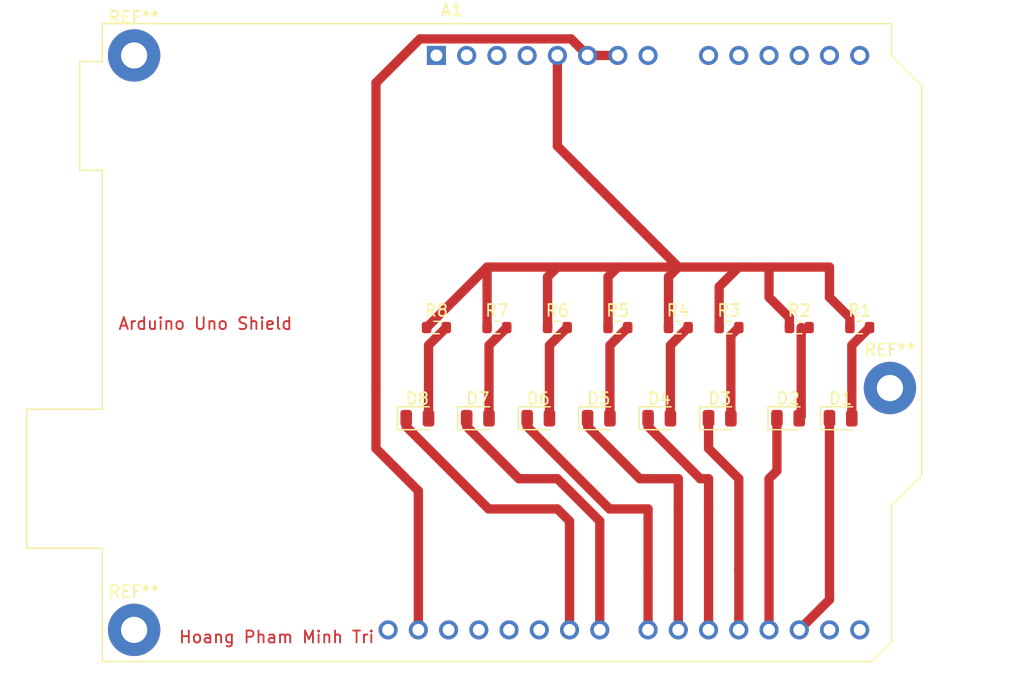
<source format=kicad_pcb>
(kicad_pcb (version 20221018) (generator pcbnew)
  (title_block (title "Arduino Uno Shield") (date "2024-01-21") (rev "1") (company "Hoang Pham Minh Tri") (comment 1 "Ho Chi Minh City University of Technology"))
  (layers (0 "F.Cu" signal) (31 "B.Cu" signal) (34 "B.Paste" user) (35 "F.Paste" user) (36 "B.SilkS" user "B.Silkscreen") (37 "F.SilkS" user "F.Silkscreen") (38 "B.Mask" user) (39 "F.Mask" user) (44 "Edge.Cuts" user))
  (net 0 "")
  (net 5 "Net-(A1-+5V)")
  (net 6 "GND")
  (net 16 "Net-(A1-D2)")
  (net 17 "Net-(A1-D3)")
  (net 18 "Net-(A1-D4)")
  (net 19 "Net-(A1-D5)")
  (net 20 "Net-(A1-D6)")
  (net 21 "Net-(A1-D7)")
  (net 22 "Net-(A1-D8)")
  (net 23 "Net-(A1-D9)")
  (net 29 "Net-(D1-A)")
  (net 30 "Net-(D2-A)")
  (net 31 "Net-(D3-A)")
  (net 32 "Net-(D4-A)")
  (net 33 "Net-(D5-A)")
  (net 34 "Net-(D6-A)")
  (net 35 "Net-(D7-A)")
  (net 36 "Net-(D8-A)")
  (footprint "LED_SMD:LED_0805_2012Metric" (layer "F.Cu") (at 86.152752 101.344749)
    (fp_text reference "D3" (at 0 -1.65) (layer "F.SilkS"))
    (fp_text value "LED")
    (fp_line (start -1.685 -0.96) (end -1.685 0.96) (stroke (width 0.12)) (layer "F.SilkS"))
    (fp_line (start -1.685 0.96) (end 1 0.96) (stroke (width 0.12)) (layer "F.SilkS"))
    (fp_line (start 1 -0.96) (end -1.685 -0.96) (stroke (width 0.12)) (layer "F.SilkS"))
    (pad "1" smd roundrect (at -0.9375 0) (size 0.975 1.4) (layers "F.Cu" "F.Paste" "F.Mask") (net 18 "Net-(A1-D4)"))
    (pad "2" smd roundrect (at 0.9375 0) (size 0.975 1.4) (layers "F.Cu" "F.Paste" "F.Mask") (net 31 "Net-(D3-A)"))
  )
  (footprint "LED_SMD:LED_0805_2012Metric" (layer "F.Cu") (at 75.992752 101.344749)
    (fp_text reference "D5" (at 0 -1.65) (layer "F.SilkS"))
    (fp_text value "LED")
    (fp_line (start -1.685 -0.96) (end -1.685 0.96) (stroke (width 0.12)) (layer "F.SilkS"))
    (fp_line (start -1.685 0.96) (end 1 0.96) (stroke (width 0.12)) (layer "F.SilkS"))
    (fp_line (start 1 -0.96) (end -1.685 -0.96) (stroke (width 0.12)) (layer "F.SilkS"))
    (pad "1" smd roundrect (at -0.9375 0) (size 0.975 1.4) (layers "F.Cu" "F.Paste" "F.Mask") (net 20 "Net-(A1-D6)"))
    (pad "2" smd roundrect (at 0.9375 0) (size 0.975 1.4) (layers "F.Cu" "F.Paste" "F.Mask") (net 33 "Net-(D5-A)"))
  )
  (footprint "MountingHole:MountingHole_2.2mm_M2_Pad" (layer "F.Cu") (at 36.955252 119.124749)
    (fp_text reference "REF**" (at 0 -3.2) (layer "F.SilkS"))
    (fp_text value "MountingHole_2.2mm_M2_Pad")
    (pad "1" thru_hole circle (at 0 0) (size 4.4 4.4) (drill 2.2) (layers "*.Cu" "*.Mask"))
  )
  (footprint "Resistor_SMD:R_0603_1608Metric" (layer "F.Cu") (at 82.675252 93.724749)
    (fp_text reference "R4" (at 0 -1.43) (layer "F.SilkS"))
    (fp_text value "247")
    (fp_line (start -0.237258 -0.5225) (end 0.237258 -0.5225) (stroke (width 0.12)) (layer "F.SilkS"))
    (fp_line (start -0.237258 0.5225) (end 0.237258 0.5225) (stroke (width 0.12)) (layer "F.SilkS"))
    (pad "1" smd roundrect (at -0.825 0) (size 0.8 0.95) (layers "F.Cu" "F.Paste" "F.Mask") (net 5 "Net-(A1-+5V)"))
    (pad "2" smd roundrect (at 0.825 0) (size 0.8 0.95) (layers "F.Cu" "F.Paste" "F.Mask") (net 32 "Net-(D4-A)"))
  )
  (footprint "LED_SMD:LED_0805_2012Metric" (layer "F.Cu") (at 70.912752 101.344749)
    (fp_text reference "D6" (at 0 -1.65) (layer "F.SilkS"))
    (fp_text value "LED")
    (fp_line (start -1.685 -0.96) (end -1.685 0.96) (stroke (width 0.12)) (layer "F.SilkS"))
    (fp_line (start -1.685 0.96) (end 1 0.96) (stroke (width 0.12)) (layer "F.SilkS"))
    (fp_line (start 1 -0.96) (end -1.685 -0.96) (stroke (width 0.12)) (layer "F.SilkS"))
    (pad "1" smd roundrect (at -0.9375 0) (size 0.975 1.4) (layers "F.Cu" "F.Paste" "F.Mask") (net 21 "Net-(A1-D7)"))
    (pad "2" smd roundrect (at 0.9375 0) (size 0.975 1.4) (layers "F.Cu" "F.Paste" "F.Mask") (net 34 "Net-(D6-A)"))
  )
  (footprint "MountingHole:MountingHole_2.2mm_M2_Pad" (layer "F.Cu") (at 36.955252 70.864749)
    (fp_text reference "REF**" (at 0 -3.2) (layer "F.SilkS"))
    (fp_text value "MountingHole_2.2mm_M2_Pad")
    (pad "1" thru_hole circle (at 0 0) (size 4.4 4.4) (drill 2.2) (layers "*.Cu" "*.Mask"))
  )
  (footprint "MountingHole:MountingHole_2.2mm_M2_Pad" (layer "F.Cu") (at 100.455252 98.804749)
    (fp_text reference "REF**" (at 0 -3.2) (layer "F.SilkS"))
    (fp_text value "MountingHole_2.2mm_M2_Pad")
    (pad "1" thru_hole circle (at 0 0) (size 4.4 4.4) (drill 2.2) (layers "*.Cu" "*.Mask"))
  )
  (footprint "Resistor_SMD:R_0603_1608Metric" (layer "F.Cu") (at 62.355252 93.724749)
    (fp_text reference "R8" (at 0 -1.43) (layer "F.SilkS"))
    (fp_text value "247")
    (fp_line (start -0.237258 -0.5225) (end 0.237258 -0.5225) (stroke (width 0.12)) (layer "F.SilkS"))
    (fp_line (start -0.237258 0.5225) (end 0.237258 0.5225) (stroke (width 0.12)) (layer "F.SilkS"))
    (pad "1" smd roundrect (at -0.825 0) (size 0.8 0.95) (layers "F.Cu" "F.Paste" "F.Mask") (net 5 "Net-(A1-+5V)"))
    (pad "2" smd roundrect (at 0.825 0) (size 0.8 0.95) (layers "F.Cu" "F.Paste" "F.Mask") (net 36 "Net-(D8-A)"))
  )
  (footprint "LED_SMD:LED_0805_2012Metric" (layer "F.Cu") (at 65.832752 101.344749)
    (fp_text reference "D7" (at 0 -1.65) (layer "F.SilkS"))
    (fp_text value "LED")
    (fp_line (start -1.685 -0.96) (end -1.685 0.96) (stroke (width 0.12)) (layer "F.SilkS"))
    (fp_line (start -1.685 0.96) (end 1 0.96) (stroke (width 0.12)) (layer "F.SilkS"))
    (fp_line (start 1 -0.96) (end -1.685 -0.96) (stroke (width 0.12)) (layer "F.SilkS"))
    (pad "1" smd roundrect (at -0.9375 0) (size 0.975 1.4) (layers "F.Cu" "F.Paste" "F.Mask") (net 22 "Net-(A1-D8)"))
    (pad "2" smd roundrect (at 0.9375 0) (size 0.975 1.4) (layers "F.Cu" "F.Paste" "F.Mask") (net 35 "Net-(D7-A)"))
  )
  (footprint "LED_SMD:LED_0805_2012Metric" (layer "F.Cu") (at 60.752752 101.344749)
    (fp_text reference "D8" (at 0 -1.65) (layer "F.SilkS"))
    (fp_text value "LED")
    (fp_line (start -1.685 -0.96) (end -1.685 0.96) (stroke (width 0.12)) (layer "F.SilkS"))
    (fp_line (start -1.685 0.96) (end 1 0.96) (stroke (width 0.12)) (layer "F.SilkS"))
    (fp_line (start 1 -0.96) (end -1.685 -0.96) (stroke (width 0.12)) (layer "F.SilkS"))
    (pad "1" smd roundrect (at -0.9375 0) (size 0.975 1.4) (layers "F.Cu" "F.Paste" "F.Mask") (net 23 "Net-(A1-D9)"))
    (pad "2" smd roundrect (at 0.9375 0) (size 0.975 1.4) (layers "F.Cu" "F.Paste" "F.Mask") (net 36 "Net-(D8-A)"))
  )
  (footprint "LED_SMD:LED_0805_2012Metric" (layer "F.Cu") (at 91.897752 101.344749)
    (fp_text reference "D2" (at 0 -1.65) (layer "F.SilkS"))
    (fp_text value "LED")
    (fp_line (start -1.685 -0.96) (end -1.685 0.96) (stroke (width 0.12)) (layer "F.SilkS"))
    (fp_line (start -1.685 0.96) (end 1 0.96) (stroke (width 0.12)) (layer "F.SilkS"))
    (fp_line (start 1 -0.96) (end -1.685 -0.96) (stroke (width 0.12)) (layer "F.SilkS"))
    (pad "1" smd roundrect (at -0.9375 0) (size 0.975 1.4) (layers "F.Cu" "F.Paste" "F.Mask") (net 17 "Net-(A1-D3)"))
    (pad "2" smd roundrect (at 0.9375 0) (size 0.975 1.4) (layers "F.Cu" "F.Paste" "F.Mask") (net 30 "Net-(D2-A)"))
  )
  (footprint "Resistor_SMD:R_0603_1608Metric" (layer "F.Cu") (at 67.435252 93.724749)
    (fp_text reference "R7" (at 0 -1.43) (layer "F.SilkS"))
    (fp_text value "247")
    (fp_line (start -0.237258 -0.5225) (end 0.237258 -0.5225) (stroke (width 0.12)) (layer "F.SilkS"))
    (fp_line (start -0.237258 0.5225) (end 0.237258 0.5225) (stroke (width 0.12)) (layer "F.SilkS"))
    (pad "1" smd roundrect (at -0.825 0) (size 0.8 0.95) (layers "F.Cu" "F.Paste" "F.Mask") (net 5 "Net-(A1-+5V)"))
    (pad "2" smd roundrect (at 0.825 0) (size 0.8 0.95) (layers "F.Cu" "F.Paste" "F.Mask") (net 35 "Net-(D7-A)"))
  )
  (footprint "Resistor_SMD:R_0603_1608Metric" (layer "F.Cu") (at 92.835252 93.724749)
    (fp_text reference "R2" (at 0 -1.43) (layer "F.SilkS"))
    (fp_text value "247")
    (fp_line (start -0.237258 -0.5225) (end 0.237258 -0.5225) (stroke (width 0.12)) (layer "F.SilkS"))
    (fp_line (start -0.237258 0.5225) (end 0.237258 0.5225) (stroke (width 0.12)) (layer "F.SilkS"))
    (pad "1" smd roundrect (at -0.825 0) (size 0.8 0.95) (layers "F.Cu" "F.Paste" "F.Mask") (net 5 "Net-(A1-+5V)"))
    (pad "2" smd roundrect (at 0.825 0) (size 0.8 0.95) (layers "F.Cu" "F.Paste" "F.Mask") (net 30 "Net-(D2-A)"))
  )
  (footprint "Resistor_SMD:R_0603_1608Metric" (layer "F.Cu") (at 97.915252 93.724749)
    (fp_text reference "R1" (at 0 -1.43) (layer "F.SilkS"))
    (fp_text value "247")
    (fp_line (start -0.237258 -0.5225) (end 0.237258 -0.5225) (stroke (width 0.12)) (layer "F.SilkS"))
    (fp_line (start -0.237258 0.5225) (end 0.237258 0.5225) (stroke (width 0.12)) (layer "F.SilkS"))
    (pad "1" smd roundrect (at -0.825 0) (size 0.8 0.95) (layers "F.Cu" "F.Paste" "F.Mask") (net 5 "Net-(A1-+5V)"))
    (pad "2" smd roundrect (at 0.825 0) (size 0.8 0.95) (layers "F.Cu" "F.Paste" "F.Mask") (net 29 "Net-(D1-A)"))
  )
  (footprint "Resistor_SMD:R_0603_1608Metric" (layer "F.Cu") (at 72.515252 93.724749)
    (fp_text reference "R6" (at 0 -1.43) (layer "F.SilkS"))
    (fp_text value "247")
    (fp_line (start -0.237258 -0.5225) (end 0.237258 -0.5225) (stroke (width 0.12)) (layer "F.SilkS"))
    (fp_line (start -0.237258 0.5225) (end 0.237258 0.5225) (stroke (width 0.12)) (layer "F.SilkS"))
    (pad "1" smd roundrect (at -0.825 0) (size 0.8 0.95) (layers "F.Cu" "F.Paste" "F.Mask") (net 5 "Net-(A1-+5V)"))
    (pad "2" smd roundrect (at 0.825 0) (size 0.8 0.95) (layers "F.Cu" "F.Paste" "F.Mask") (net 34 "Net-(D6-A)"))
  )
  (footprint "LED_SMD:LED_0805_2012Metric" (layer "F.Cu") (at 96.312752 101.344749)
    (fp_text reference "D1" (at 0 -1.65) (layer "F.SilkS"))
    (fp_text value "LED")
    (fp_line (start -1.685 -0.96) (end -1.685 0.96) (stroke (width 0.12)) (layer "F.SilkS"))
    (fp_line (start -1.685 0.96) (end 1 0.96) (stroke (width 0.12)) (layer "F.SilkS"))
    (fp_line (start 1 -0.96) (end -1.685 -0.96) (stroke (width 0.12)) (layer "F.SilkS"))
    (pad "1" smd roundrect (at -0.9375 0) (size 0.975 1.4) (layers "F.Cu" "F.Paste" "F.Mask") (net 16 "Net-(A1-D2)"))
    (pad "2" smd roundrect (at 0.9375 0) (size 0.975 1.4) (layers "F.Cu" "F.Paste" "F.Mask") (net 29 "Net-(D1-A)"))
  )
  (footprint "LED_SMD:LED_0805_2012Metric" (layer "F.Cu") (at 81.072752 101.344749)
    (fp_text reference "D4" (at 0 -1.65) (layer "F.SilkS"))
    (fp_text value "LED")
    (fp_line (start -1.685 -0.96) (end -1.685 0.96) (stroke (width 0.12)) (layer "F.SilkS"))
    (fp_line (start -1.685 0.96) (end 1 0.96) (stroke (width 0.12)) (layer "F.SilkS"))
    (fp_line (start 1 -0.96) (end -1.685 -0.96) (stroke (width 0.12)) (layer "F.SilkS"))
    (pad "1" smd roundrect (at -0.9375 0) (size 0.975 1.4) (layers "F.Cu" "F.Paste" "F.Mask") (net 19 "Net-(A1-D5)"))
    (pad "2" smd roundrect (at 0.9375 0) (size 0.975 1.4) (layers "F.Cu" "F.Paste" "F.Mask") (net 32 "Net-(D4-A)"))
  )
  (footprint "Resistor_SMD:R_0603_1608Metric" (layer "F.Cu") (at 86.930252 93.724749)
    (fp_text reference "R3" (at 0 -1.43) (layer "F.SilkS"))
    (fp_text value "247")
    (fp_line (start -0.237258 -0.5225) (end 0.237258 -0.5225) (stroke (width 0.12)) (layer "F.SilkS"))
    (fp_line (start -0.237258 0.5225) (end 0.237258 0.5225) (stroke (width 0.12)) (layer "F.SilkS"))
    (pad "1" smd roundrect (at -0.825 0) (size 0.8 0.95) (layers "F.Cu" "F.Paste" "F.Mask") (net 5 "Net-(A1-+5V)"))
    (pad "2" smd roundrect (at 0.825 0) (size 0.8 0.95) (layers "F.Cu" "F.Paste" "F.Mask") (net 31 "Net-(D3-A)"))
  )
  (footprint "Module:Arduino_UNO_R2" (layer "F.Cu") (at 62.355252 70.864749)
    (fp_text reference "A1" (at 1.27 -3.81 180) (layer "F.SilkS"))
    (fp_text value "Arduino_UNO_R2")
    (fp_line (start -34.42 29.72) (end -34.42 41.4) (stroke (width 0.12)) (layer "F.SilkS"))
    (fp_line (start -34.42 41.4) (end -28.07 41.4) (stroke (width 0.12)) (layer "F.SilkS"))
    (fp_line (start -29.97 0.51) (end -29.97 9.65) (stroke (width 0.12)) (layer "F.SilkS"))
    (fp_line (start -29.97 9.65) (end -28.07 9.65) (stroke (width 0.12)) (layer "F.SilkS"))
    (fp_line (start -28.07 -2.67) (end -28.07 0.51) (stroke (width 0.12)) (layer "F.SilkS"))
    (fp_line (start -28.07 0.51) (end -29.97 0.51) (stroke (width 0.12)) (layer "F.SilkS"))
    (fp_line (start -28.07 9.65) (end -28.07 29.72) (stroke (width 0.12)) (layer "F.SilkS"))
    (fp_line (start -28.07 29.72) (end -34.42 29.72) (stroke (width 0.12)) (layer "F.SilkS"))
    (fp_line (start -28.07 41.4) (end -28.07 50.93) (stroke (width 0.12)) (layer "F.SilkS"))
    (fp_line (start -28.07 50.93) (end 36.58 50.93) (stroke (width 0.12)) (layer "F.SilkS"))
    (fp_line (start 36.58 50.93) (end 38.23 49.28) (stroke (width 0.12)) (layer "F.SilkS"))
    (fp_line (start 38.23 -2.67) (end -28.07 -2.67) (stroke (width 0.12)) (layer "F.SilkS"))
    (fp_line (start 38.23 0) (end 38.23 -2.67) (stroke (width 0.12)) (layer "F.SilkS"))
    (fp_line (start 38.23 37.85) (end 40.77 35.31) (stroke (width 0.12)) (layer "F.SilkS"))
    (fp_line (start 38.23 49.28) (end 38.23 37.85) (stroke (width 0.12)) (layer "F.SilkS"))
    (fp_line (start 40.77 2.54) (end 38.23 0) (stroke (width 0.12)) (layer "F.SilkS"))
    (fp_line (start 40.77 35.31) (end 40.77 2.54) (stroke (width 0.12)) (layer "F.SilkS"))
    (pad "1" thru_hole rect (at 0 0 90) (size 1.6 1.6) (drill 1) (layers "*.Cu" "*.Mask"))
    (pad "2" thru_hole oval (at 2.54 0 90) (size 1.6 1.6) (drill 1) (layers "*.Cu" "*.Mask"))
    (pad "3" thru_hole oval (at 5.08 0 90) (size 1.6 1.6) (drill 1) (layers "*.Cu" "*.Mask"))
    (pad "4" thru_hole oval (at 7.62 0 90) (size 1.6 1.6) (drill 1) (layers "*.Cu" "*.Mask"))
    (pad "5" thru_hole oval (at 10.16 0 90) (size 1.6 1.6) (drill 1) (layers "*.Cu" "*.Mask") (net 5 "Net-(A1-+5V)"))
    (pad "6" thru_hole oval (at 12.7 0 90) (size 1.6 1.6) (drill 1) (layers "*.Cu" "*.Mask") (net 6 "GND"))
    (pad "7" thru_hole oval (at 15.24 0 90) (size 1.6 1.6) (drill 1) (layers "*.Cu" "*.Mask") (net 6 "GND"))
    (pad "8" thru_hole oval (at 17.78 0 90) (size 1.6 1.6) (drill 1) (layers "*.Cu" "*.Mask"))
    (pad "9" thru_hole oval (at 22.86 0 90) (size 1.6 1.6) (drill 1) (layers "*.Cu" "*.Mask"))
    (pad "10" thru_hole oval (at 25.4 0 90) (size 1.6 1.6) (drill 1) (layers "*.Cu" "*.Mask"))
    (pad "11" thru_hole oval (at 27.94 0 90) (size 1.6 1.6) (drill 1) (layers "*.Cu" "*.Mask"))
    (pad "12" thru_hole oval (at 30.48 0 90) (size 1.6 1.6) (drill 1) (layers "*.Cu" "*.Mask"))
    (pad "13" thru_hole oval (at 33.02 0 90) (size 1.6 1.6) (drill 1) (layers "*.Cu" "*.Mask"))
    (pad "14" thru_hole oval (at 35.56 0 90) (size 1.6 1.6) (drill 1) (layers "*.Cu" "*.Mask"))
    (pad "15" thru_hole oval (at 35.56 48.26 90) (size 1.6 1.6) (drill 1) (layers "*.Cu" "*.Mask"))
    (pad "16" thru_hole oval (at 33.02 48.26 90) (size 1.6 1.6) (drill 1) (layers "*.Cu" "*.Mask"))
    (pad "17" thru_hole oval (at 30.48 48.26 90) (size 1.6 1.6) (drill 1) (layers "*.Cu" "*.Mask") (net 16 "Net-(A1-D2)"))
    (pad "18" thru_hole oval (at 27.94 48.26 90) (size 1.6 1.6) (drill 1) (layers "*.Cu" "*.Mask") (net 17 "Net-(A1-D3)"))
    (pad "19" thru_hole oval (at 25.4 48.26 90) (size 1.6 1.6) (drill 1) (layers "*.Cu" "*.Mask") (net 18 "Net-(A1-D4)"))
    (pad "20" thru_hole oval (at 22.86 48.26 90) (size 1.6 1.6) (drill 1) (layers "*.Cu" "*.Mask") (net 19 "Net-(A1-D5)"))
    (pad "21" thru_hole oval (at 20.32 48.26 90) (size 1.6 1.6) (drill 1) (layers "*.Cu" "*.Mask") (net 20 "Net-(A1-D6)"))
    (pad "22" thru_hole oval (at 17.78 48.26 90) (size 1.6 1.6) (drill 1) (layers "*.Cu" "*.Mask") (net 21 "Net-(A1-D7)"))
    (pad "23" thru_hole oval (at 13.72 48.26 90) (size 1.6 1.6) (drill 1) (layers "*.Cu" "*.Mask") (net 22 "Net-(A1-D8)"))
    (pad "24" thru_hole oval (at 11.18 48.26 90) (size 1.6 1.6) (drill 1) (layers "*.Cu" "*.Mask") (net 23 "Net-(A1-D9)"))
    (pad "25" thru_hole oval (at 8.64 48.26 90) (size 1.6 1.6) (drill 1) (layers "*.Cu" "*.Mask"))
    (pad "26" thru_hole oval (at 6.1 48.26 90) (size 1.6 1.6) (drill 1) (layers "*.Cu" "*.Mask"))
    (pad "27" thru_hole oval (at 3.56 48.26 90) (size 1.6 1.6) (drill 1) (layers "*.Cu" "*.Mask"))
    (pad "28" thru_hole oval (at 1.02 48.26 90) (size 1.6 1.6) (drill 1) (layers "*.Cu" "*.Mask"))
    (pad "29" thru_hole oval (at -1.52 48.26 90) (size 1.6 1.6) (drill 1) (layers "*.Cu" "*.Mask") (net 6 "GND"))
    (pad "30" thru_hole oval (at -4.06 48.26 90) (size 1.6 1.6) (drill 1) (layers "*.Cu" "*.Mask"))
  )
  (footprint "Resistor_SMD:R_0603_1608Metric" (layer "F.Cu") (at 77.595252 93.724749)
    (fp_text reference "R5" (at 0 -1.43) (layer "F.SilkS"))
    (fp_text value "247")
    (fp_line (start -0.237258 -0.5225) (end 0.237258 -0.5225) (stroke (width 0.12)) (layer "F.SilkS"))
    (fp_line (start -0.237258 0.5225) (end 0.237258 0.5225) (stroke (width 0.12)) (layer "F.SilkS"))
    (pad "1" smd roundrect (at -0.825 0) (size 0.8 0.95) (layers "F.Cu" "F.Paste" "F.Mask") (net 5 "Net-(A1-+5V)"))
    (pad "2" smd roundrect (at 0.825 0) (size 0.8 0.95) (layers "F.Cu" "F.Paste" "F.Mask") (net 33 "Net-(D5-A)"))
  )
  (gr_text "Arduino Uno Shield" (at 35.56 93.98) (layer "F.Cu") (effects (font (size 1 1)) (justify left bottom)))
  (gr_text "Hoang Pham Minh Tri\n\n" (at 40.64 121.92) (layer "F.Cu") (effects (font (size 1 1)) (justify left bottom)))
  (via (at 77.595252 98.804749) (size 0) (drill 0.4) (layers "F.Cu" "B.Cu") (net 0))
  (via (at 85.215252 96.264749) (size 0) (drill 0.4) (layers "F.Cu" "B.Cu") (net 0))
  (via (at 49.655252 96.264749) (size 0) (drill 0.4) (layers "F.Cu" "B.Cu") (net 0))
  (via (at 62.355252 81.024749) (size 0) (drill 0.4) (layers "F.Cu" "B.Cu") (net 0))
  (via (at 95.375252 81.024749) (size 0) (drill 0.4) (layers "F.Cu" "B.Cu") (net 0))
  (via (at 67.435252 106.424749) (size 0) (drill 0.4) (layers "F.Cu" "B.Cu") (net 0))
  (via (at 52.195252 111.504749) (size 0) (drill 0.4) (layers "F.Cu" "B.Cu") (net 0))
  (via (at 64.895252 116.584749) (size 0) (drill 0.4) (layers "F.Cu" "B.Cu") (net 0))
  (via (at 87.755252 83.564749) (size 0) (drill 0.4) (layers "F.Cu" "B.Cu") (net 0))
  (via (at 69.975252 114.044749) (size 0) (drill 0.4) (layers "F.Cu" "B.Cu") (net 0))
  (via (at 57.275252 108.964749) (size 0) (drill 0.4) (layers "F.Cu" "B.Cu") (net 0))
  (via (at 97.915252 75.944749) (size 0) (drill 0.4) (layers "F.Cu" "B.Cu") (net 0))
  (via (at 80.135252 96.264749) (size 0) (drill 0.4) (layers "F.Cu" "B.Cu") (net 0))
  (via (at 90.295252 75.944749) (size 0) (drill 0.4) (layers "F.Cu" "B.Cu") (net 0))
  (via (at 67.435252 86.104749) (size 0) (drill 0.4) (layers "F.Cu" "B.Cu") (net 0))
  (via (at 49.655252 86.104749) (size 0) (drill 0.4) (layers "F.Cu" "B.Cu") (net 0))
  (via (at 59.815252 91.184749) (size 0) (drill 0.4) (layers "F.Cu" "B.Cu") (net 0))
  (via (at 64.895252 96.264749) (size 0) (drill 0.4) (layers "F.Cu" "B.Cu") (net 0))
  (via (at 57.275252 108.964749) (size 0) (drill 0.4) (layers "F.Cu" "B.Cu") (net 0))
  (via (at 69.975252 78.484749) (size 0) (drill 0.4) (layers "F.Cu" "B.Cu") (net 0))
  (via (at 64.895252 111.504749) (size 0) (drill 0.4) (layers "F.Cu" "B.Cu") (net 0))
  (via (at 72.515252 86.104749) (size 0) (drill 0.4) (layers "F.Cu" "B.Cu") (net 0))
  (via (at 69.975252 83.564749) (size 0) (drill 0.4) (layers "F.Cu" "B.Cu") (net 0))
  (via (at 85.215252 81.024749) (size 0) (drill 0.4) (layers "F.Cu" "B.Cu") (net 0))
  (via (at 85.215252 75.944749) (size 0) (drill 0.4) (layers "F.Cu" "B.Cu") (net 0))
  (via (at 77.595252 116.584749) (size 0) (drill 0.4) (layers "F.Cu" "B.Cu") (net 0))
  (via (at 97.915252 111.504749) (size 0) (drill 0.4) (layers "F.Cu" "B.Cu") (net 0))
  (via (at 57.275252 108.964749) (size 0) (drill 0.4) (layers "F.Cu" "B.Cu") (net 0))
  (via (at 97.915252 116.584749) (size 0) (drill 0.4) (layers "F.Cu" "B.Cu") (net 0))
  (via (at 92.835252 78.484749) (size 0) (drill 0.4) (layers "F.Cu" "B.Cu") (net 0))
  (via (at 54.735252 73.404749) (size 0) (drill 0.4) (layers "F.Cu" "B.Cu") (net 0))
  (via (at 47.115252 91.184749) (size 0) (drill 0.4) (layers "F.Cu" "B.Cu") (net 0))
  (via (at 57.275252 111.504749) (size 0) (drill 0.4) (layers "F.Cu" "B.Cu") (net 0))
  (via (at 97.915252 106.424749) (size 0) (drill 0.4) (layers "F.Cu" "B.Cu") (net 0))
  (via (at 57.275252 108.964749) (size 0) (drill 0.4) (layers "F.Cu" "B.Cu") (net 0))
  (via (at 62.355252 108.964749) (size 0) (drill 0.4) (layers "F.Cu" "B.Cu") (net 0))
  (via (at 64.895252 78.484749) (size 0) (drill 0.4) (layers "F.Cu" "B.Cu") (net 0))
  (via (at 75.055252 111.504749) (size 0) (drill 0.4) (layers "F.Cu" "B.Cu") (net 0))
  (via (at 57.275252 108.964749) (size 0) (drill 0.4) (layers "F.Cu" "B.Cu") (net 0))
  (segment (start 81.850252 93.724749) (end 81.850252 89.469749) (width 0.78) (layer "F.Cu") (net 5))
  (segment (start 61.530252 93.724749) (end 66.610252 88.644749) (width 0.78) (layer "F.Cu") (net 5))
  (segment (start 92.010252 92.899749) (end 90.295252 91.184749) (width 0.78) (layer "F.Cu") (net 5))
  (segment (start 66.610252 93.724749) (end 66.610252 88.644749) (width 0.78) (layer "F.Cu") (net 5))
  (segment (start 76.770252 93.724749) (end 76.770252 89.469749) (width 0.78) (layer "F.Cu") (net 5))
  (segment (start 72.515252 88.644749) (end 82.675252 88.644749) (width 0.78) (layer "F.Cu") (net 5))
  (segment (start 97.090252 92.899749) (end 97.090252 93.724749) (width 0.78) (layer "F.Cu") (net 5))
  (segment (start 86.105252 90.294749) (end 87.755252 88.644749) (width 0.78) (layer "F.Cu") (net 5))
  (segment (start 71.690252 93.724749) (end 71.690252 89.469749) (width 0.78) (layer "F.Cu") (net 5))
  (segment (start 86.105252 93.724749) (end 86.105252 90.294749) (width 0.78) (layer "F.Cu") (net 5))
  (segment (start 71.690252 89.469749) (end 72.515252 88.644749) (width 0.78) (layer "F.Cu") (net 5))
  (segment (start 66.610252 88.644749) (end 72.515252 88.644749) (width 0.78) (layer "F.Cu") (net 5))
  (segment (start 81.850252 89.469749) (end 82.675252 88.644749) (width 0.78) (layer "F.Cu") (net 5))
  (segment (start 90.295252 88.644749) (end 90.295252 91.184749) (width 0.78) (layer "F.Cu") (net 5))
  (segment (start 82.675252 88.644749) (end 95.375252 88.644749) (width 0.78) (layer "F.Cu") (net 5))
  (segment (start 92.010252 93.724749) (end 92.010252 92.899749) (width 0.78) (layer "F.Cu") (net 5))
  (segment (start 95.375252 88.644749) (end 95.375252 91.184749) (width 0.78) (layer "F.Cu") (net 5))
  (segment (start 76.770252 89.469749) (end 77.595252 88.644749) (width 0.78) (layer "F.Cu") (net 5))
  (segment (start 82.675252 88.644749) (end 72.515252 78.484749) (width 0.78) (layer "F.Cu") (net 5))
  (segment (start 95.375252 91.184749) (end 97.090252 92.899749) (width 0.78) (layer "F.Cu") (net 5))
  (segment (start 72.515252 78.484749) (end 72.515252 70.864749) (width 0.78) (layer "F.Cu") (net 5))
  (segment (start 57.275252 103.884749) (end 57.275252 98.804749) (width 0.78) (layer "F.Cu") (net 6))
  (segment (start 60.835252 107.444749) (end 57.275252 103.884749) (width 0.78) (layer "F.Cu") (net 6))
  (segment (start 57.275252 98.804749) (end 57.275252 73.164749) (width 0.78) (layer "F.Cu") (net 6))
  (segment (start 60.835252 119.124749) (end 60.835252 107.444749) (width 0.78) (layer "F.Cu") (net 6))
  (segment (start 73.665252 69.474749) (end 75.055252 70.864749) (width 0.78) (layer "F.Cu") (net 6))
  (segment (start 57.275252 73.164749) (end 60.965252 69.474749) (width 0.78) (layer "F.Cu") (net 6))
  (segment (start 60.965252 69.474749) (end 73.665252 69.474749) (width 0.78) (layer "F.Cu") (net 6))
  (segment (start 75.055252 70.864749) (end 77.595252 70.864749) (width 0.78) (layer "F.Cu") (net 6))
  (via (at 57.275252 98.804749) (size 0) (drill 0.4) (layers "F.Cu" "B.Cu") (net 6))
  (segment (start 95.375252 101.344749) (end 95.375252 116.584749) (width 0.78) (layer "F.Cu") (net 16))
  (segment (start 95.375252 116.584749) (end 92.835252 119.124749) (width 0.78) (layer "F.Cu") (net 16))
  (segment (start 90.960252 105.759749) (end 90.960252 101.344749) (width 0.78) (layer "F.Cu") (net 17))
  (segment (start 90.295252 119.124749) (end 90.295252 108.964749) (width 0.78) (layer "F.Cu") (net 17))
  (segment (start 90.295252 106.424749) (end 90.960252 105.759749) (width 0.78) (layer "F.Cu") (net 17))
  (segment (start 90.295252 108.964749) (end 90.295252 106.424749) (width 0.78) (layer "F.Cu") (net 17))
  (via (at 90.295252 108.964749) (size 0) (drill 0.4) (layers "F.Cu" "B.Cu") (net 17))
  (segment (start 87.755252 106.424749) (end 85.215252 103.884749) (width 0.78) (layer "F.Cu") (net 18))
  (segment (start 85.215252 103.884749) (end 85.215252 101.344749) (width 0.78) (layer "F.Cu") (net 18))
  (segment (start 87.755252 114.044749) (end 87.755252 106.424749) (width 0.78) (layer "F.Cu") (net 18))
  (segment (start 87.755252 119.124749) (end 87.755252 114.044749) (width 0.78) (layer "F.Cu") (net 18))
  (via (at 87.755252 114.044749) (size 0) (drill 0.4) (layers "F.Cu" "B.Cu") (net 18))
  (segment (start 80.135252 102.044748) (end 80.135252 101.344749) (width 0.78) (layer "F.Cu") (net 19))
  (segment (start 85.215252 119.124749) (end 85.215252 108.964749) (width 0.78) (layer "F.Cu") (net 19))
  (segment (start 85.215252 106.424749) (end 84.515253 106.424749) (width 0.78) (layer "F.Cu") (net 19))
  (segment (start 85.215252 108.964749) (end 85.215252 106.424749) (width 0.78) (layer "F.Cu") (net 19))
  (segment (start 84.515253 106.424749) (end 80.135252 102.044748) (width 0.78) (layer "F.Cu") (net 19))
  (via (at 85.215252 108.964749) (size 0) (drill 0.4) (layers "F.Cu" "B.Cu") (net 19))
  (segment (start 82.675252 106.424749) (end 79.435253 106.424749) (width 0.78) (layer "F.Cu") (net 20))
  (segment (start 79.435253 106.424749) (end 75.055252 102.044748) (width 0.78) (layer "F.Cu") (net 20))
  (segment (start 82.675252 108.964749) (end 82.675252 106.424749) (width 0.78) (layer "F.Cu") (net 20))
  (segment (start 82.675252 119.124749) (end 82.675252 108.964749) (width 0.78) (layer "F.Cu") (net 20))
  (segment (start 75.055252 102.044748) (end 75.055252 101.344749) (width 0.78) (layer "F.Cu") (net 20))
  (via (at 82.675252 108.964749) (size 0) (drill 0.4) (layers "F.Cu" "B.Cu") (net 20))
  (segment (start 76.895253 108.964749) (end 69.975252 102.044748) (width 0.78) (layer "F.Cu") (net 21))
  (segment (start 80.135252 108.964749) (end 76.895253 108.964749) (width 0.78) (layer "F.Cu") (net 21))
  (segment (start 69.975252 102.044748) (end 69.975252 101.344749) (width 0.78) (layer "F.Cu") (net 21))
  (segment (start 80.135252 119.124749) (end 80.135252 114.044749) (width 0.78) (layer "F.Cu") (net 21))
  (segment (start 80.135252 114.044749) (end 80.135252 108.964749) (width 0.78) (layer "F.Cu") (net 21))
  (via (at 80.135252 114.044749) (size 0) (drill 0.4) (layers "F.Cu" "B.Cu") (net 21))
  (segment (start 69.275253 106.424749) (end 64.895252 102.044748) (width 0.78) (layer "F.Cu") (net 22))
  (segment (start 76.075252 119.124749) (end 76.075252 109.984749) (width 0.78) (layer "F.Cu") (net 22))
  (segment (start 76.075252 109.984749) (end 72.515252 106.424749) (width 0.78) (layer "F.Cu") (net 22))
  (segment (start 72.515252 106.424749) (end 69.275253 106.424749) (width 0.78) (layer "F.Cu") (net 22))
  (segment (start 64.895252 102.044748) (end 64.895252 101.344749) (width 0.78) (layer "F.Cu") (net 22))
  (via (at 72.515252 106.424749) (size 0) (drill 0.4) (layers "F.Cu" "B.Cu") (net 22))
  (segment (start 59.815252 102.044748) (end 59.815252 101.344749) (width 0.78) (layer "F.Cu") (net 23))
  (segment (start 73.535252 119.124749) (end 73.535252 109.984749) (width 0.78) (layer "F.Cu") (net 23))
  (segment (start 66.735253 108.964749) (end 59.815252 102.044748) (width 0.78) (layer "F.Cu") (net 23))
  (segment (start 73.535252 109.984749) (end 72.515252 108.964749) (width 0.78) (layer "F.Cu") (net 23))
  (segment (start 72.515252 108.964749) (end 66.735253 108.964749) (width 0.78) (layer "F.Cu") (net 23))
  (segment (start 97.250252 95.214749) (end 98.740252 93.724749) (width 0.78) (layer "F.Cu") (net 29))
  (segment (start 97.250252 101.344749) (end 97.250252 95.214749) (width 0.78) (layer "F.Cu") (net 29))
  (segment (start 93.000252 93.724749) (end 93.000252 94.332519) (width 0.78) (layer "F.Cu") (net 30))
  (segment (start 93.000252 101.179749) (end 93.000252 93.724749) (width 0.78) (layer "F.Cu") (net 30))
  (segment (start 92.835252 101.344749) (end 93.000252 101.179749) (width 0.78) (layer "F.Cu") (net 30))
  (segment (start 87.090252 94.389749) (end 87.755252 93.724749) (width 0.78) (layer "F.Cu") (net 31))
  (segment (start 87.090252 101.344749) (end 87.090252 94.389749) (width 0.78) (layer "F.Cu") (net 31))
  (segment (start 82.010252 101.344749) (end 82.010252 95.214749) (width 0.78) (layer "F.Cu") (net 32))
  (segment (start 82.010252 95.214749) (end 83.500252 93.724749) (width 0.78) (layer "F.Cu") (net 32))
  (segment (start 76.930252 95.214749) (end 78.420252 93.724749) (width 0.78) (layer "F.Cu") (net 33))
  (segment (start 76.930252 101.344749) (end 76.930252 95.214749) (width 0.78) (layer "F.Cu") (net 33))
  (segment (start 71.850252 101.344749) (end 71.850252 95.214749) (width 0.78) (layer "F.Cu") (net 34))
  (segment (start 71.850252 95.214749) (end 73.340252 93.724749) (width 0.78) (layer "F.Cu") (net 34))
  (segment (start 66.770252 95.214749) (end 68.260252 93.724749) (width 0.78) (layer "F.Cu") (net 35))
  (segment (start 66.770252 101.344749) (end 66.770252 95.214749) (width 0.78) (layer "F.Cu") (net 35))
  (segment (start 61.690252 95.214749) (end 63.180252 93.724749) (width 0.78) (layer "F.Cu") (net 36))
  (segment (start 61.690252 101.344749) (end 61.690252 95.214749) (width 0.78) (layer "F.Cu") (net 36))
)
</source>
